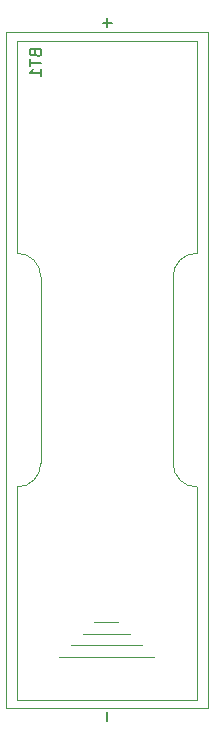
<source format=gbr>
%TF.GenerationSoftware,KiCad,Pcbnew,(6.0.4-0)*%
%TF.CreationDate,2022-11-29T11:04:19+01:00*%
%TF.ProjectId,ControllerBoard,436f6e74-726f-46c6-9c65-72426f617264,rev?*%
%TF.SameCoordinates,Original*%
%TF.FileFunction,Legend,Bot*%
%TF.FilePolarity,Positive*%
%FSLAX46Y46*%
G04 Gerber Fmt 4.6, Leading zero omitted, Abs format (unit mm)*
G04 Created by KiCad (PCBNEW (6.0.4-0)) date 2022-11-29 11:04:19*
%MOMM*%
%LPD*%
G01*
G04 APERTURE LIST*
G04 Aperture macros list*
%AMRoundRect*
0 Rectangle with rounded corners*
0 $1 Rounding radius*
0 $2 $3 $4 $5 $6 $7 $8 $9 X,Y pos of 4 corners*
0 Add a 4 corners polygon primitive as box body*
4,1,4,$2,$3,$4,$5,$6,$7,$8,$9,$2,$3,0*
0 Add four circle primitives for the rounded corners*
1,1,$1+$1,$2,$3*
1,1,$1+$1,$4,$5*
1,1,$1+$1,$6,$7*
1,1,$1+$1,$8,$9*
0 Add four rect primitives between the rounded corners*
20,1,$1+$1,$2,$3,$4,$5,0*
20,1,$1+$1,$4,$5,$6,$7,0*
20,1,$1+$1,$6,$7,$8,$9,0*
20,1,$1+$1,$8,$9,$2,$3,0*%
G04 Aperture macros list end*
%ADD10C,0.150000*%
%ADD11C,0.120000*%
%ADD12RoundRect,0.250000X0.750000X-0.600000X0.750000X0.600000X-0.750000X0.600000X-0.750000X-0.600000X0*%
%ADD13O,2.000000X1.700000*%
%ADD14R,1.600000X1.600000*%
%ADD15C,1.600000*%
%ADD16O,0.900000X1.500000*%
%ADD17C,2.640000*%
%ADD18R,2.000000X2.000000*%
%ADD19C,2.000000*%
G04 APERTURE END LIST*
D10*
%TO.C,BT1*%
X104728571Y-65914285D02*
X104776190Y-66057142D01*
X104823809Y-66104761D01*
X104919047Y-66152380D01*
X105061904Y-66152380D01*
X105157142Y-66104761D01*
X105204761Y-66057142D01*
X105252380Y-65961904D01*
X105252380Y-65580952D01*
X104252380Y-65580952D01*
X104252380Y-65914285D01*
X104300000Y-66009523D01*
X104347619Y-66057142D01*
X104442857Y-66104761D01*
X104538095Y-66104761D01*
X104633333Y-66057142D01*
X104680952Y-66009523D01*
X104728571Y-65914285D01*
X104728571Y-65580952D01*
X104252380Y-66438095D02*
X104252380Y-67009523D01*
X105252380Y-66723809D02*
X104252380Y-66723809D01*
X105252380Y-67866666D02*
X105252380Y-67295238D01*
X105252380Y-67580952D02*
X104252380Y-67580952D01*
X104395238Y-67485714D01*
X104490476Y-67390476D01*
X104538095Y-67295238D01*
X110811428Y-62969047D02*
X110811428Y-63730952D01*
X111192380Y-63350000D02*
X110430476Y-63350000D01*
X110811428Y-121739047D02*
X110811428Y-122500952D01*
D11*
X118400000Y-64850000D02*
X118400000Y-82850000D01*
X116400000Y-100650000D02*
X116400000Y-84850000D01*
X106740000Y-117060000D02*
X114740000Y-117060000D01*
X102235000Y-64130000D02*
X102235000Y-121370000D01*
X108740000Y-115060000D02*
X112740000Y-115060000D01*
X103200000Y-64850000D02*
X118400000Y-64850000D01*
X103200000Y-102650000D02*
X103200000Y-120650000D01*
X105200000Y-84850000D02*
X105200000Y-100650000D01*
X103200000Y-64850000D02*
X103200000Y-82850000D01*
X119365000Y-64130000D02*
X102235000Y-64130000D01*
X102235000Y-121370000D02*
X119365000Y-121370000D01*
X103200000Y-120650000D02*
X118400000Y-120650000D01*
X119365000Y-121370000D02*
X119365000Y-64130000D01*
X113740000Y-116060000D02*
X107740000Y-116060000D01*
X109740000Y-114060000D02*
X111740000Y-114060000D01*
X118400000Y-102650000D02*
X118400000Y-120650000D01*
X105200000Y-84850000D02*
G75*
G03*
X103200000Y-82850000I-2000000J0D01*
G01*
X103200000Y-102650000D02*
G75*
G03*
X105200000Y-100650000I0J2000000D01*
G01*
X116400000Y-100650000D02*
G75*
G03*
X118400000Y-102650000I2000000J0D01*
G01*
X118400000Y-82850000D02*
G75*
G03*
X116400000Y-84850000I0J-2000000D01*
G01*
%TD*%
%LPC*%
D12*
%TO.C,X1*%
X110650000Y-37050000D03*
D13*
X110650000Y-34550000D03*
%TD*%
D14*
%TO.C,A1*%
X100597500Y-75750000D03*
D15*
X100597500Y-78290000D03*
X100597500Y-80830000D03*
X100597500Y-83370000D03*
X100597500Y-85910000D03*
X100597500Y-88450000D03*
X100597500Y-90990000D03*
X100597500Y-93530000D03*
X100597500Y-96070000D03*
X100597500Y-98610000D03*
X100597500Y-101150000D03*
X100597500Y-103690000D03*
X100597500Y-106230000D03*
X100597500Y-108770000D03*
X100597500Y-111310000D03*
X100597500Y-113850000D03*
X120917500Y-113850000D03*
X120917500Y-111310000D03*
X120917500Y-108770000D03*
X120917500Y-106230000D03*
X120917500Y-103690000D03*
X120917500Y-101150000D03*
X120917500Y-98610000D03*
X120917500Y-96070000D03*
X120917500Y-93530000D03*
X120917500Y-90990000D03*
X120917500Y-88450000D03*
X120917500Y-85910000D03*
%TD*%
D16*
%TO.C,J2*%
X104850000Y-174000000D03*
X116450000Y-174000000D03*
X104850000Y-171000000D03*
X116450000Y-171000000D03*
%TD*%
D17*
%TO.C,BT1*%
X104805000Y-69500000D03*
X116795000Y-115980000D03*
D18*
X110800000Y-66750000D03*
D19*
X110800000Y-118740000D03*
%TD*%
M02*

</source>
